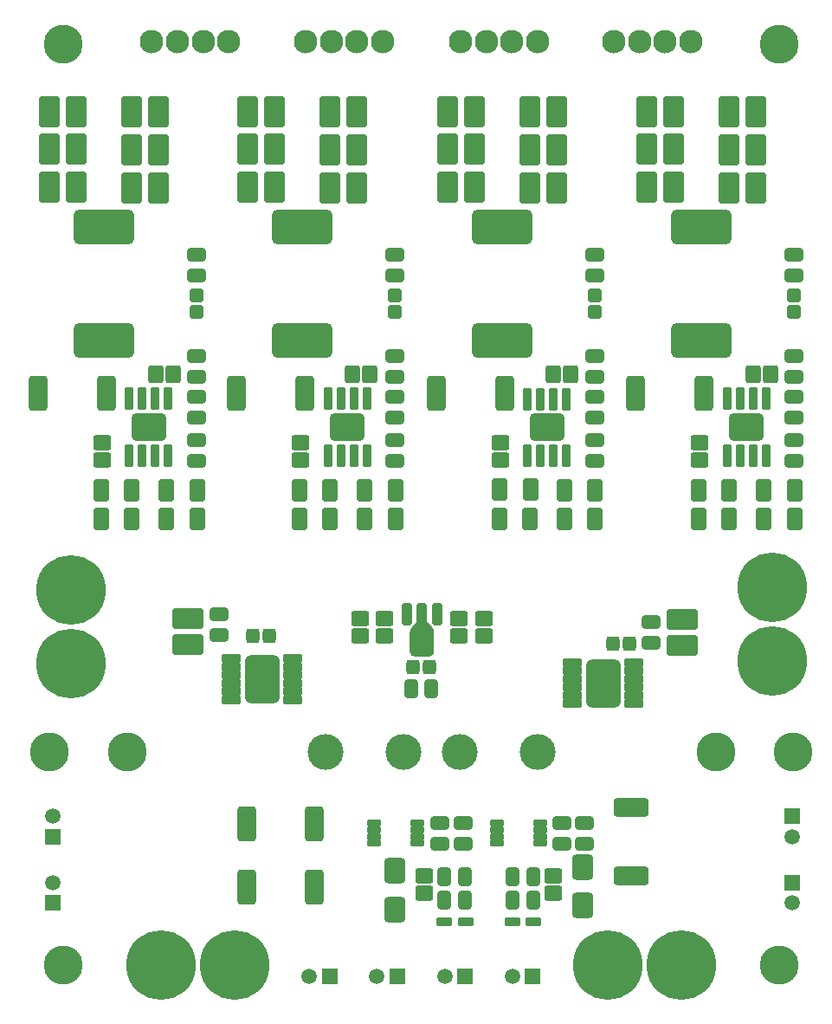
<source format=gts>
G04*
G04 #@! TF.GenerationSoftware,Altium Limited,Altium Designer,22.10.1 (41)*
G04*
G04 Layer_Color=8388736*
%FSLAX43Y43*%
%MOMM*%
G71*
G04*
G04 #@! TF.SameCoordinates,8BFF45E1-3A9E-4B14-93B6-BC7C2D9919BF*
G04*
G04*
G04 #@! TF.FilePolarity,Negative*
G04*
G01*
G75*
G04:AMPARAMS|DCode=15|XSize=1.56mm|YSize=0.88mm|CornerRadius=0.223mm|HoleSize=0mm|Usage=FLASHONLY|Rotation=180.000|XOffset=0mm|YOffset=0mm|HoleType=Round|Shape=RoundedRectangle|*
%AMROUNDEDRECTD15*
21,1,1.560,0.435,0,0,180.0*
21,1,1.115,0.880,0,0,180.0*
1,1,0.445,-0.558,0.217*
1,1,0.445,0.558,0.217*
1,1,0.445,0.558,-0.217*
1,1,0.445,-0.558,-0.217*
%
%ADD15ROUNDEDRECTD15*%
G04:AMPARAMS|DCode=16|XSize=1.58mm|YSize=2.17mm|CornerRadius=0.31mm|HoleSize=0mm|Usage=FLASHONLY|Rotation=180.000|XOffset=0mm|YOffset=0mm|HoleType=Round|Shape=RoundedRectangle|*
%AMROUNDEDRECTD16*
21,1,1.580,1.550,0,0,180.0*
21,1,0.960,2.170,0,0,180.0*
1,1,0.620,-0.480,0.775*
1,1,0.620,0.480,0.775*
1,1,0.620,0.480,-0.775*
1,1,0.620,-0.480,-0.775*
%
%ADD16ROUNDEDRECTD16*%
G04:AMPARAMS|DCode=17|XSize=2.3mm|YSize=2.8mm|CornerRadius=0.4mm|HoleSize=0mm|Usage=FLASHONLY|Rotation=180.000|XOffset=0mm|YOffset=0mm|HoleType=Round|Shape=RoundedRectangle|*
%AMROUNDEDRECTD17*
21,1,2.300,2.000,0,0,180.0*
21,1,1.500,2.800,0,0,180.0*
1,1,0.800,-0.750,1.000*
1,1,0.800,0.750,1.000*
1,1,0.800,0.750,-1.000*
1,1,0.800,-0.750,-1.000*
%
%ADD17ROUNDEDRECTD17*%
G04:AMPARAMS|DCode=18|XSize=1mm|YSize=2.17mm|CornerRadius=0.238mm|HoleSize=0mm|Usage=FLASHONLY|Rotation=180.000|XOffset=0mm|YOffset=0mm|HoleType=Round|Shape=RoundedRectangle|*
%AMROUNDEDRECTD18*
21,1,1.000,1.695,0,0,180.0*
21,1,0.525,2.170,0,0,180.0*
1,1,0.475,-0.263,0.848*
1,1,0.475,0.263,0.848*
1,1,0.475,0.263,-0.848*
1,1,0.475,-0.263,-0.848*
%
%ADD18ROUNDEDRECTD18*%
G04:AMPARAMS|DCode=19|XSize=3.4mm|YSize=4.7mm|CornerRadius=0.538mm|HoleSize=0mm|Usage=FLASHONLY|Rotation=180.000|XOffset=0mm|YOffset=0mm|HoleType=Round|Shape=RoundedRectangle|*
%AMROUNDEDRECTD19*
21,1,3.400,3.625,0,0,180.0*
21,1,2.325,4.700,0,0,180.0*
1,1,1.075,-1.163,1.813*
1,1,1.075,1.163,1.813*
1,1,1.075,1.163,-1.813*
1,1,1.075,-1.163,-1.813*
%
%ADD19ROUNDEDRECTD19*%
G04:AMPARAMS|DCode=20|XSize=0.9mm|YSize=1.85mm|CornerRadius=0.225mm|HoleSize=0mm|Usage=FLASHONLY|Rotation=270.000|XOffset=0mm|YOffset=0mm|HoleType=Round|Shape=RoundedRectangle|*
%AMROUNDEDRECTD20*
21,1,0.900,1.400,0,0,270.0*
21,1,0.450,1.850,0,0,270.0*
1,1,0.450,-0.700,-0.225*
1,1,0.450,-0.700,0.225*
1,1,0.450,0.700,0.225*
1,1,0.450,0.700,-0.225*
%
%ADD20ROUNDEDRECTD20*%
G04:AMPARAMS|DCode=21|XSize=2.06mm|YSize=3.12mm|CornerRadius=0.37mm|HoleSize=0mm|Usage=FLASHONLY|Rotation=180.000|XOffset=0mm|YOffset=0mm|HoleType=Round|Shape=RoundedRectangle|*
%AMROUNDEDRECTD21*
21,1,2.060,2.380,0,0,180.0*
21,1,1.320,3.120,0,0,180.0*
1,1,0.740,-0.660,1.190*
1,1,0.740,0.660,1.190*
1,1,0.740,0.660,-1.190*
1,1,0.740,-0.660,-1.190*
%
%ADD21ROUNDEDRECTD21*%
G04:AMPARAMS|DCode=22|XSize=0.91mm|YSize=2.21mm|CornerRadius=0.226mm|HoleSize=0mm|Usage=FLASHONLY|Rotation=0.000|XOffset=0mm|YOffset=0mm|HoleType=Round|Shape=RoundedRectangle|*
%AMROUNDEDRECTD22*
21,1,0.910,1.758,0,0,0.0*
21,1,0.458,2.210,0,0,0.0*
1,1,0.453,0.229,-0.879*
1,1,0.453,-0.229,-0.879*
1,1,0.453,-0.229,0.879*
1,1,0.453,0.229,0.879*
%
%ADD22ROUNDEDRECTD22*%
G04:AMPARAMS|DCode=23|XSize=3.4mm|YSize=2.71mm|CornerRadius=0.451mm|HoleSize=0mm|Usage=FLASHONLY|Rotation=0.000|XOffset=0mm|YOffset=0mm|HoleType=Round|Shape=RoundedRectangle|*
%AMROUNDEDRECTD23*
21,1,3.400,1.808,0,0,0.0*
21,1,2.498,2.710,0,0,0.0*
1,1,0.903,1.249,-0.904*
1,1,0.903,-1.249,-0.904*
1,1,0.903,-1.249,0.904*
1,1,0.903,1.249,0.904*
%
%ADD23ROUNDEDRECTD23*%
G04:AMPARAMS|DCode=24|XSize=1.51mm|YSize=1.76mm|CornerRadius=0.301mm|HoleSize=0mm|Usage=FLASHONLY|Rotation=180.000|XOffset=0mm|YOffset=0mm|HoleType=Round|Shape=RoundedRectangle|*
%AMROUNDEDRECTD24*
21,1,1.510,1.158,0,0,180.0*
21,1,0.907,1.760,0,0,180.0*
1,1,0.603,-0.454,0.579*
1,1,0.603,0.454,0.579*
1,1,0.603,0.454,-0.579*
1,1,0.603,-0.454,-0.579*
%
%ADD24ROUNDEDRECTD24*%
G04:AMPARAMS|DCode=25|XSize=3.4mm|YSize=5.9mm|CornerRadius=0.538mm|HoleSize=0mm|Usage=FLASHONLY|Rotation=90.000|XOffset=0mm|YOffset=0mm|HoleType=Round|Shape=RoundedRectangle|*
%AMROUNDEDRECTD25*
21,1,3.400,4.825,0,0,90.0*
21,1,2.325,5.900,0,0,90.0*
1,1,1.075,2.413,1.163*
1,1,1.075,2.413,-1.163*
1,1,1.075,-2.413,-1.163*
1,1,1.075,-2.413,1.163*
%
%ADD25ROUNDEDRECTD25*%
G04:AMPARAMS|DCode=26|XSize=3.44mm|YSize=1.84mm|CornerRadius=0.343mm|HoleSize=0mm|Usage=FLASHONLY|Rotation=270.000|XOffset=0mm|YOffset=0mm|HoleType=Round|Shape=RoundedRectangle|*
%AMROUNDEDRECTD26*
21,1,3.440,1.155,0,0,270.0*
21,1,2.755,1.840,0,0,270.0*
1,1,0.685,-0.578,-1.378*
1,1,0.685,-0.578,1.378*
1,1,0.685,0.578,1.378*
1,1,0.685,0.578,-1.378*
%
%ADD26ROUNDEDRECTD26*%
G04:AMPARAMS|DCode=27|XSize=1.3mm|YSize=1.4mm|CornerRadius=0.275mm|HoleSize=0mm|Usage=FLASHONLY|Rotation=90.000|XOffset=0mm|YOffset=0mm|HoleType=Round|Shape=RoundedRectangle|*
%AMROUNDEDRECTD27*
21,1,1.300,0.850,0,0,90.0*
21,1,0.750,1.400,0,0,90.0*
1,1,0.550,0.425,0.375*
1,1,0.550,0.425,-0.375*
1,1,0.550,-0.425,-0.375*
1,1,0.550,-0.425,0.375*
%
%ADD27ROUNDEDRECTD27*%
G04:AMPARAMS|DCode=28|XSize=3.44mm|YSize=1.84mm|CornerRadius=0.343mm|HoleSize=0mm|Usage=FLASHONLY|Rotation=0.000|XOffset=0mm|YOffset=0mm|HoleType=Round|Shape=RoundedRectangle|*
%AMROUNDEDRECTD28*
21,1,3.440,1.155,0,0,0.0*
21,1,2.755,1.840,0,0,0.0*
1,1,0.685,1.378,-0.578*
1,1,0.685,-1.378,-0.578*
1,1,0.685,-1.378,0.578*
1,1,0.685,1.378,0.578*
%
%ADD28ROUNDEDRECTD28*%
G04:AMPARAMS|DCode=29|XSize=1.83mm|YSize=1.32mm|CornerRadius=0.278mm|HoleSize=0mm|Usage=FLASHONLY|Rotation=270.000|XOffset=0mm|YOffset=0mm|HoleType=Round|Shape=RoundedRectangle|*
%AMROUNDEDRECTD29*
21,1,1.830,0.765,0,0,270.0*
21,1,1.275,1.320,0,0,270.0*
1,1,0.555,-0.383,-0.638*
1,1,0.555,-0.383,0.638*
1,1,0.555,0.383,0.638*
1,1,0.555,0.383,-0.638*
%
%ADD29ROUNDEDRECTD29*%
G04:AMPARAMS|DCode=30|XSize=1.3mm|YSize=1.4mm|CornerRadius=0.275mm|HoleSize=0mm|Usage=FLASHONLY|Rotation=0.000|XOffset=0mm|YOffset=0mm|HoleType=Round|Shape=RoundedRectangle|*
%AMROUNDEDRECTD30*
21,1,1.300,0.850,0,0,0.0*
21,1,0.750,1.400,0,0,0.0*
1,1,0.550,0.375,-0.425*
1,1,0.550,-0.375,-0.425*
1,1,0.550,-0.375,0.425*
1,1,0.550,0.375,0.425*
%
%ADD30ROUNDEDRECTD30*%
G04:AMPARAMS|DCode=31|XSize=0.68mm|YSize=1.34mm|CornerRadius=0.198mm|HoleSize=0mm|Usage=FLASHONLY|Rotation=270.000|XOffset=0mm|YOffset=0mm|HoleType=Round|Shape=RoundedRectangle|*
%AMROUNDEDRECTD31*
21,1,0.680,0.945,0,0,270.0*
21,1,0.285,1.340,0,0,270.0*
1,1,0.395,-0.472,-0.142*
1,1,0.395,-0.472,0.142*
1,1,0.395,0.472,0.142*
1,1,0.395,0.472,-0.142*
%
%ADD31ROUNDEDRECTD31*%
G04:AMPARAMS|DCode=32|XSize=1.83mm|YSize=1.32mm|CornerRadius=0.278mm|HoleSize=0mm|Usage=FLASHONLY|Rotation=0.000|XOffset=0mm|YOffset=0mm|HoleType=Round|Shape=RoundedRectangle|*
%AMROUNDEDRECTD32*
21,1,1.830,0.765,0,0,0.0*
21,1,1.275,1.320,0,0,0.0*
1,1,0.555,0.638,-0.383*
1,1,0.555,-0.638,-0.383*
1,1,0.555,-0.638,0.383*
1,1,0.555,0.638,0.383*
%
%ADD32ROUNDEDRECTD32*%
G04:AMPARAMS|DCode=33|XSize=2.04mm|YSize=2.47mm|CornerRadius=0.368mm|HoleSize=0mm|Usage=FLASHONLY|Rotation=0.000|XOffset=0mm|YOffset=0mm|HoleType=Round|Shape=RoundedRectangle|*
%AMROUNDEDRECTD33*
21,1,2.040,1.735,0,0,0.0*
21,1,1.305,2.470,0,0,0.0*
1,1,0.735,0.653,-0.868*
1,1,0.735,-0.653,-0.868*
1,1,0.735,-0.653,0.868*
1,1,0.735,0.653,0.868*
%
%ADD33ROUNDEDRECTD33*%
G04:AMPARAMS|DCode=34|XSize=1.51mm|YSize=1.76mm|CornerRadius=0.301mm|HoleSize=0mm|Usage=FLASHONLY|Rotation=90.000|XOffset=0mm|YOffset=0mm|HoleType=Round|Shape=RoundedRectangle|*
%AMROUNDEDRECTD34*
21,1,1.510,1.158,0,0,90.0*
21,1,0.907,1.760,0,0,90.0*
1,1,0.603,0.579,0.454*
1,1,0.603,0.579,-0.454*
1,1,0.603,-0.579,-0.454*
1,1,0.603,-0.579,0.454*
%
%ADD34ROUNDEDRECTD34*%
G04:AMPARAMS|DCode=35|XSize=2.06mm|YSize=3.12mm|CornerRadius=0.37mm|HoleSize=0mm|Usage=FLASHONLY|Rotation=270.000|XOffset=0mm|YOffset=0mm|HoleType=Round|Shape=RoundedRectangle|*
%AMROUNDEDRECTD35*
21,1,2.060,2.380,0,0,270.0*
21,1,1.320,3.120,0,0,270.0*
1,1,0.740,-1.190,-0.660*
1,1,0.740,-1.190,0.660*
1,1,0.740,1.190,0.660*
1,1,0.740,1.190,-0.660*
%
%ADD35ROUNDEDRECTD35*%
%ADD36C,6.800*%
%ADD37C,2.300*%
%ADD38C,1.500*%
%ADD39R,1.500X1.500*%
%ADD40C,3.500*%
%ADD41C,3.800*%
%ADD42R,1.500X1.500*%
%ADD43C,3.800*%
G36*
X355Y-11345D02*
X369Y-11346D01*
X377Y-11347D01*
X386Y-11349D01*
X402Y-11353D01*
X412Y-11357D01*
X417Y-11360D01*
X417Y-11360D01*
X417Y-11360D01*
X420Y-11361D01*
X432Y-11368D01*
X443Y-11376D01*
X446Y-11378D01*
X450Y-11382D01*
X458Y-11389D01*
X458Y-11389D01*
X988Y-11918D01*
X988Y-11918D01*
X988Y-11918D01*
X1028Y-11959D01*
X1033Y-11963D01*
X1037Y-11968D01*
X1038Y-11970D01*
X1040Y-11971D01*
X1043Y-11976D01*
X1047Y-11982D01*
X1111Y-12077D01*
X1114Y-12082D01*
X1117Y-12088D01*
X1118Y-12090D01*
X1119Y-12092D01*
X1122Y-12097D01*
X1125Y-12103D01*
X1169Y-12209D01*
X1171Y-12215D01*
X1173Y-12221D01*
X1174Y-12223D01*
X1174Y-12225D01*
X1176Y-12231D01*
X1177Y-12237D01*
X1200Y-12350D01*
X1200Y-12356D01*
X1202Y-12362D01*
X1202Y-12365D01*
X1202Y-12367D01*
X1202Y-12373D01*
X1202Y-12379D01*
X1202Y-12436D01*
X1202Y-12437D01*
X1202Y-14395D01*
X1202Y-14395D01*
X1202Y-14395D01*
X1202Y-14455D01*
X1202Y-14459D01*
Y-14463D01*
X1202Y-14467D01*
X1202Y-14472D01*
X1201Y-14476D01*
X1200Y-14480D01*
X1199Y-14484D01*
X1199Y-14488D01*
X1198Y-14492D01*
X1197Y-14496D01*
X1195Y-14500D01*
X1194Y-14504D01*
X1192Y-14508D01*
X1191Y-14512D01*
X1145Y-14622D01*
X1144Y-14626D01*
X1142Y-14630D01*
X1140Y-14634D01*
X1138Y-14638D01*
X1136Y-14641D01*
X1134Y-14645D01*
X1131Y-14648D01*
X1129Y-14652D01*
X1126Y-14655D01*
X1124Y-14659D01*
X1121Y-14662D01*
X1119Y-14665D01*
X1116Y-14668D01*
X1113Y-14671D01*
X1028Y-14756D01*
X1025Y-14758D01*
X1022Y-14761D01*
X1019Y-14764D01*
X1016Y-14767D01*
X1012Y-14769D01*
X1009Y-14772D01*
X1006Y-14774D01*
X1002Y-14777D01*
X998Y-14779D01*
X995Y-14781D01*
X991Y-14783D01*
X987Y-14785D01*
X983Y-14786D01*
X980Y-14788D01*
X869Y-14834D01*
X866Y-14835D01*
X862Y-14837D01*
X858Y-14838D01*
X854Y-14839D01*
X849Y-14840D01*
X845Y-14841D01*
X841Y-14842D01*
X837Y-14843D01*
X833Y-14844D01*
X829Y-14844D01*
X825Y-14845D01*
X820Y-14845D01*
X816D01*
X812Y-14845D01*
X753Y-14845D01*
X752Y-14845D01*
X-648Y-14845D01*
X-648D01*
X-648D01*
X-707Y-14845D01*
X-712Y-14845D01*
X-716D01*
X-720Y-14845D01*
X-724Y-14844D01*
X-728Y-14844D01*
X-733Y-14843D01*
X-737Y-14842D01*
X-741Y-14842D01*
X-745Y-14840D01*
X-749Y-14839D01*
X-753Y-14838D01*
X-757Y-14837D01*
X-761Y-14835D01*
X-765Y-14834D01*
X-875Y-14788D01*
X-879Y-14786D01*
X-883Y-14785D01*
X-887Y-14783D01*
X-890Y-14781D01*
X-894Y-14779D01*
X-898Y-14777D01*
X-901Y-14774D01*
X-905Y-14772D01*
X-908Y-14769D01*
X-911Y-14767D01*
X-914Y-14764D01*
X-918Y-14761D01*
X-921Y-14758D01*
X-924Y-14756D01*
X-1008Y-14671D01*
X-1011Y-14668D01*
X-1014Y-14665D01*
X-1017Y-14662D01*
X-1020Y-14659D01*
X-1022Y-14655D01*
X-1025Y-14652D01*
X-1027Y-14648D01*
X-1029Y-14645D01*
X-1031Y-14641D01*
X-1034Y-14638D01*
X-1035Y-14634D01*
X-1037Y-14630D01*
X-1039Y-14626D01*
X-1041Y-14623D01*
X-1087Y-14512D01*
X-1088Y-14508D01*
X-1090Y-14504D01*
X-1091Y-14500D01*
X-1092Y-14496D01*
X-1093Y-14492D01*
X-1094Y-14488D01*
X-1095Y-14484D01*
X-1096Y-14480D01*
X-1096Y-14476D01*
X-1097Y-14472D01*
X-1097Y-14467D01*
X-1098Y-14463D01*
Y-14459D01*
X-1098Y-14455D01*
X-1098Y-14395D01*
X-1098Y-14395D01*
X-1098Y-12437D01*
Y-12437D01*
Y-12436D01*
X-1098Y-12379D01*
X-1098Y-12373D01*
X-1097Y-12366D01*
X-1097Y-12364D01*
X-1097Y-12362D01*
X-1096Y-12356D01*
X-1095Y-12350D01*
X-1073Y-12237D01*
X-1071Y-12231D01*
X-1070Y-12225D01*
X-1069Y-12223D01*
X-1068Y-12221D01*
X-1066Y-12215D01*
X-1064Y-12209D01*
X-1020Y-12103D01*
X-1017Y-12097D01*
X-1015Y-12092D01*
X-1014Y-12090D01*
X-1013Y-12088D01*
X-1010Y-12082D01*
X-1006Y-12077D01*
X-943Y-11982D01*
X-939Y-11976D01*
X-935Y-11971D01*
X-934Y-11970D01*
X-932Y-11968D01*
X-928Y-11964D01*
X-924Y-11959D01*
X-883Y-11918D01*
X-883Y-11918D01*
X-354Y-11389D01*
X-349Y-11385D01*
X-341Y-11378D01*
X-335Y-11373D01*
X-328Y-11368D01*
X-322Y-11365D01*
X-313Y-11360D01*
X-303Y-11356D01*
X-297Y-11353D01*
X-287Y-11350D01*
X-281Y-11349D01*
X-281Y-11349D01*
X-281D01*
X-265Y-11346D01*
X-252Y-11345D01*
X-248Y-11345D01*
X352Y-11345D01*
X352D01*
X352D01*
X355Y-11345D01*
D02*
G37*
D15*
X8861Y-40789D02*
D03*
X10921D02*
D03*
X2231Y-40789D02*
D03*
X4291D02*
D03*
D16*
X-24953Y1339D02*
D03*
X-21953D02*
D03*
X-24953Y-1406D02*
D03*
X-21953D02*
D03*
X36474Y-1386D02*
D03*
X33474D02*
D03*
X16982D02*
D03*
X13982D02*
D03*
X36474Y1339D02*
D03*
X33474D02*
D03*
X-2556Y-1386D02*
D03*
X-5556D02*
D03*
X-8931Y-1411D02*
D03*
X-11931D02*
D03*
X-28328Y1363D02*
D03*
X-31328D02*
D03*
X-11931Y1364D02*
D03*
X-8931D02*
D03*
X27099Y1339D02*
D03*
X30099D02*
D03*
X7607Y-1411D02*
D03*
X10607D02*
D03*
X-5556Y1339D02*
D03*
X-2556D02*
D03*
X13982D02*
D03*
X16982D02*
D03*
X-31328Y-1411D02*
D03*
X-28328D02*
D03*
X7653Y1464D02*
D03*
X10653D02*
D03*
X27099Y-1386D02*
D03*
X30099D02*
D03*
D17*
X52Y-13416D02*
D03*
D18*
X-1448Y-10695D02*
D03*
X52D02*
D03*
X1552D02*
D03*
D19*
X-15603Y-17095D02*
D03*
X17750Y-17467D02*
D03*
D20*
X-18611Y-15095D02*
D03*
Y-15895D02*
D03*
Y-16695D02*
D03*
Y-17495D02*
D03*
Y-18295D02*
D03*
Y-19095D02*
D03*
X-12596Y-15095D02*
D03*
Y-15895D02*
D03*
Y-16695D02*
D03*
Y-17495D02*
D03*
Y-18295D02*
D03*
Y-19095D02*
D03*
X20758Y-19467D02*
D03*
Y-18667D02*
D03*
Y-17867D02*
D03*
Y-17067D02*
D03*
Y-16267D02*
D03*
Y-15467D02*
D03*
X14743Y-19467D02*
D03*
Y-18667D02*
D03*
Y-17867D02*
D03*
Y-17067D02*
D03*
Y-16267D02*
D03*
Y-15467D02*
D03*
D21*
X30105Y34687D02*
D03*
X32695D02*
D03*
X10613D02*
D03*
X13203D02*
D03*
X5163Y34712D02*
D03*
X2573D02*
D03*
X-8925Y38385D02*
D03*
X-6335D02*
D03*
X-8925Y34687D02*
D03*
X-6335D02*
D03*
X-14375Y34712D02*
D03*
X-16965D02*
D03*
X-28322Y38385D02*
D03*
X-25732D02*
D03*
X-33772Y38410D02*
D03*
X-36362D02*
D03*
X-28322Y34687D02*
D03*
X-25732D02*
D03*
Y30943D02*
D03*
X-28322D02*
D03*
X2573Y38410D02*
D03*
X5163D02*
D03*
X-36362Y34712D02*
D03*
X-33772D02*
D03*
X-16965Y38410D02*
D03*
X-14375D02*
D03*
X13203Y38385D02*
D03*
X10613D02*
D03*
X32695D02*
D03*
X30105D02*
D03*
X22065Y38410D02*
D03*
X24655D02*
D03*
X22065Y34712D02*
D03*
X24655D02*
D03*
X13203Y30943D02*
D03*
X10613D02*
D03*
X24655Y30968D02*
D03*
X22065D02*
D03*
X30105Y30943D02*
D03*
X32695D02*
D03*
X5163Y30968D02*
D03*
X2573D02*
D03*
X-14375D02*
D03*
X-16965D02*
D03*
X-8925Y30943D02*
D03*
X-6335D02*
D03*
X-33772Y30968D02*
D03*
X-36362D02*
D03*
D22*
X29867Y10327D02*
D03*
X31137D02*
D03*
X32407D02*
D03*
X33677D02*
D03*
Y4767D02*
D03*
X32407D02*
D03*
X31137D02*
D03*
X29867D02*
D03*
X10372Y10297D02*
D03*
X11642D02*
D03*
X12912D02*
D03*
X14182D02*
D03*
Y4737D02*
D03*
X12912D02*
D03*
X11642D02*
D03*
X10372D02*
D03*
X-9158Y10325D02*
D03*
X-7888D02*
D03*
X-6618D02*
D03*
X-5348D02*
D03*
Y4765D02*
D03*
X-6618D02*
D03*
X-7888D02*
D03*
X-9158D02*
D03*
X-28565Y10305D02*
D03*
X-27295D02*
D03*
X-26025D02*
D03*
X-24755D02*
D03*
Y4745D02*
D03*
X-26025D02*
D03*
X-27295D02*
D03*
X-28565D02*
D03*
D23*
X31772Y7547D02*
D03*
X12277Y7517D02*
D03*
X-7253Y7545D02*
D03*
X-26660Y7525D02*
D03*
D24*
X-24327Y12692D02*
D03*
X-26017D02*
D03*
X-6783D02*
D03*
X-5093D02*
D03*
X12877D02*
D03*
X14567D02*
D03*
X32419Y12693D02*
D03*
X34109D02*
D03*
D25*
X-31047Y15999D02*
D03*
Y27099D02*
D03*
X27380Y15995D02*
D03*
Y27095D02*
D03*
X7888Y27094D02*
D03*
Y15994D02*
D03*
X-11650Y27099D02*
D03*
Y15999D02*
D03*
D26*
X8118Y10860D02*
D03*
X1468D02*
D03*
X-10477Y-37398D02*
D03*
X-17127D02*
D03*
Y-31204D02*
D03*
X-10477D02*
D03*
X-30817Y10865D02*
D03*
X-37467D02*
D03*
X27610Y10861D02*
D03*
X20960D02*
D03*
X-18070Y10865D02*
D03*
X-11420D02*
D03*
D27*
X-2575Y20426D02*
D03*
Y18826D02*
D03*
X-22016Y20426D02*
D03*
Y18826D02*
D03*
X16931Y20426D02*
D03*
Y18826D02*
D03*
X36457Y20426D02*
D03*
Y18826D02*
D03*
D28*
X20482Y-29641D02*
D03*
Y-36291D02*
D03*
D29*
X10899Y-36405D02*
D03*
X8884D02*
D03*
Y-38675D02*
D03*
X10899D02*
D03*
X4268Y-38700D02*
D03*
X2253D02*
D03*
X4268Y-36430D02*
D03*
X2253D02*
D03*
X970Y-18007D02*
D03*
X-1045D02*
D03*
D30*
X-800Y-15939D02*
D03*
X800D02*
D03*
X20308Y-13589D02*
D03*
X18708D02*
D03*
X-16510Y-12862D02*
D03*
X-14910D02*
D03*
D31*
X11615Y-33118D02*
D03*
Y-32468D02*
D03*
Y-31818D02*
D03*
Y-31168D02*
D03*
X7365Y-33118D02*
D03*
Y-32468D02*
D03*
Y-31818D02*
D03*
Y-31168D02*
D03*
X-4670D02*
D03*
Y-31818D02*
D03*
Y-32468D02*
D03*
Y-33118D02*
D03*
X-420Y-31168D02*
D03*
Y-31818D02*
D03*
Y-32468D02*
D03*
Y-33118D02*
D03*
D32*
X15964Y-33151D02*
D03*
Y-31136D02*
D03*
X13693D02*
D03*
Y-33151D02*
D03*
X4060Y-31136D02*
D03*
Y-33151D02*
D03*
X1801Y-31136D02*
D03*
Y-33151D02*
D03*
X-19776Y-10758D02*
D03*
Y-12773D02*
D03*
X22418Y-11493D02*
D03*
Y-13508D02*
D03*
X-2634Y14475D02*
D03*
Y12460D02*
D03*
X-22004Y22367D02*
D03*
Y24382D02*
D03*
X16904Y12460D02*
D03*
Y14475D02*
D03*
X-2634Y8513D02*
D03*
Y10528D02*
D03*
Y6288D02*
D03*
Y4273D02*
D03*
X36396Y8509D02*
D03*
Y10524D02*
D03*
Y14476D02*
D03*
Y12461D02*
D03*
Y4273D02*
D03*
Y6288D02*
D03*
X36423Y24378D02*
D03*
Y22363D02*
D03*
X16904Y4273D02*
D03*
Y6288D02*
D03*
X16931Y24377D02*
D03*
Y22362D02*
D03*
X16904Y10523D02*
D03*
Y8508D02*
D03*
X-2607Y24382D02*
D03*
Y22367D02*
D03*
X-22006Y14480D02*
D03*
Y12465D02*
D03*
Y10528D02*
D03*
Y8513D02*
D03*
X-22031Y6293D02*
D03*
Y4278D02*
D03*
D33*
X15721Y-35449D02*
D03*
Y-39209D02*
D03*
X-2584Y-35815D02*
D03*
Y-39575D02*
D03*
D34*
X12922Y-36290D02*
D03*
Y-37980D02*
D03*
X228Y-36290D02*
D03*
Y-37980D02*
D03*
X-3594Y-11197D02*
D03*
Y-12887D02*
D03*
X3690D02*
D03*
Y-11197D02*
D03*
X6067Y-12887D02*
D03*
Y-11197D02*
D03*
X-6009D02*
D03*
Y-12887D02*
D03*
X27171Y6006D02*
D03*
Y4316D02*
D03*
X7679Y6005D02*
D03*
Y4315D02*
D03*
X-11859Y6010D02*
D03*
Y4320D02*
D03*
X-31256Y4320D02*
D03*
Y6010D02*
D03*
D35*
X-22816Y-13741D02*
D03*
Y-11151D02*
D03*
X25486Y-11206D02*
D03*
Y-13796D02*
D03*
D36*
X18198Y-45000D02*
D03*
X25398D02*
D03*
X34262Y-15350D02*
D03*
Y-8150D02*
D03*
X-18295Y-45000D02*
D03*
X-25495D02*
D03*
X-34300Y-15600D02*
D03*
Y-8400D02*
D03*
D37*
X-26363Y45248D02*
D03*
X-21363D02*
D03*
X-23863D02*
D03*
X-18863D02*
D03*
X-11303D02*
D03*
X-6303D02*
D03*
X-8803D02*
D03*
X-3803D02*
D03*
X11357D02*
D03*
X6357D02*
D03*
X8857D02*
D03*
X3857D02*
D03*
X26317D02*
D03*
X21317D02*
D03*
X23817D02*
D03*
X18817D02*
D03*
D38*
X-4370Y-46100D02*
D03*
X36229Y-32475D02*
D03*
X-36050Y-30475D02*
D03*
X36229Y-38953D02*
D03*
X-36050Y-36953D02*
D03*
X-11000Y-46100D02*
D03*
X2261D02*
D03*
X8891D02*
D03*
D39*
X-2370D02*
D03*
X-9000D02*
D03*
X4261D02*
D03*
X10891D02*
D03*
D40*
X3762Y-24200D02*
D03*
X11362D02*
D03*
X-1800Y-24200D02*
D03*
X-9400D02*
D03*
D41*
X36362D02*
D03*
X28762D02*
D03*
X-36400Y-24200D02*
D03*
X-28800D02*
D03*
D42*
X36229Y-30475D02*
D03*
X-36050Y-32475D02*
D03*
X36229Y-36953D02*
D03*
X-36050Y-38953D02*
D03*
D43*
X-35000Y-45000D02*
D03*
Y45000D02*
D03*
X35000Y-45000D02*
D03*
X35000Y45000D02*
D03*
M02*

</source>
